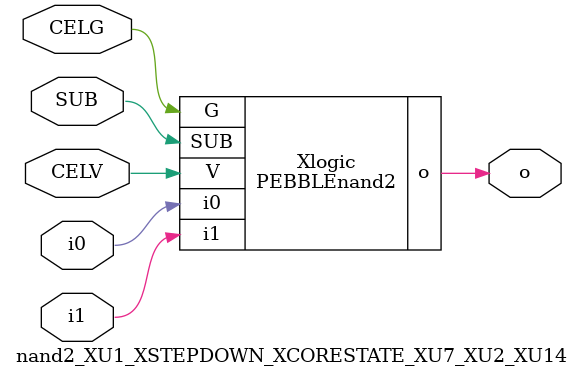
<source format=v>



module PEBBLEnand2 ( o, G, SUB, V, i0, i1 );

  input i0;
  input V;
  input i1;
  input G;
  output o;
  input SUB;
endmodule

//Celera Confidential Do Not Copy nand2_XU1_XSTEPDOWN_XCORESTATE_XU7_XU2_XU14
//Celera Confidential Symbol Generator
//5V NAND2
module nand2_XU1_XSTEPDOWN_XCORESTATE_XU7_XU2_XU14 (CELV,CELG,i0,i1,o,SUB);
input CELV;
input CELG;
input i0;
input i1;
input SUB;
output o;

//Celera Confidential Do Not Copy nand2
PEBBLEnand2 Xlogic(
.V (CELV),
.i0 (i0),
.i1 (i1),
.o (o),
.SUB (SUB),
.G (CELG)
);
//,diesize,PEBBLEnand2

//Celera Confidential Do Not Copy Module End
//Celera Schematic Generator
endmodule

</source>
